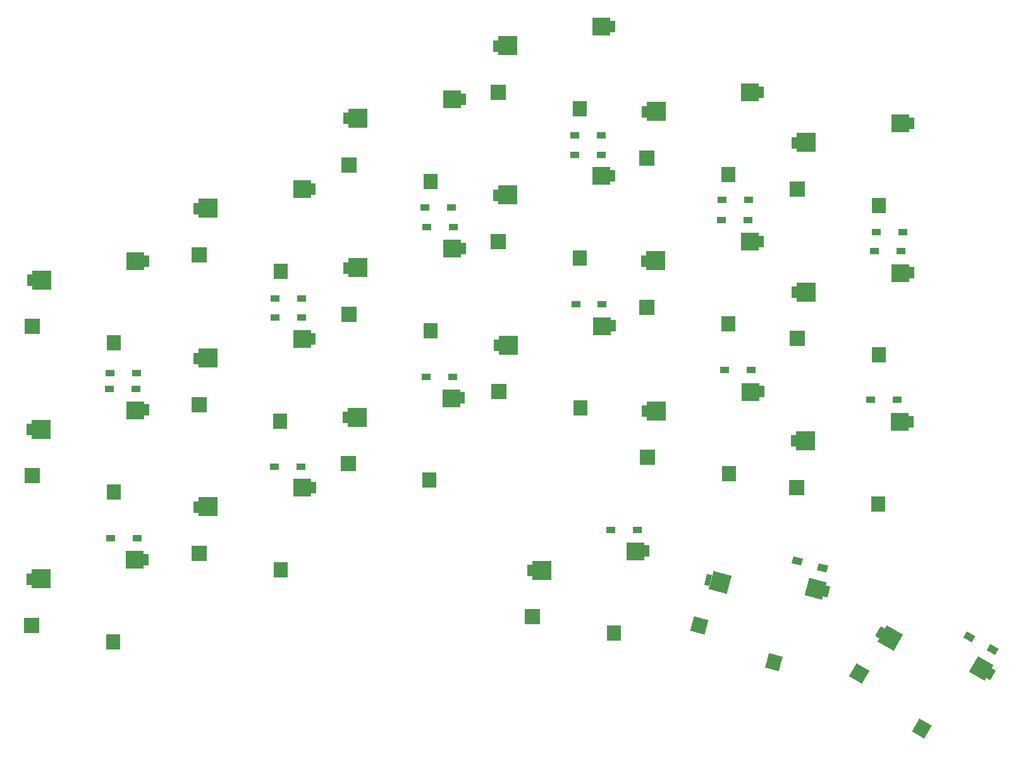
<source format=gbr>
%TF.GenerationSoftware,KiCad,Pcbnew,7.0.6*%
%TF.CreationDate,2023-08-21T12:13:53+07:00*%
%TF.ProjectId,GlupV1,476c7570-5631-42e6-9b69-6361645f7063,rev?*%
%TF.SameCoordinates,Original*%
%TF.FileFunction,Paste,Bot*%
%TF.FilePolarity,Positive*%
%FSLAX46Y46*%
G04 Gerber Fmt 4.6, Leading zero omitted, Abs format (unit mm)*
G04 Created by KiCad (PCBNEW 7.0.6) date 2023-08-21 12:13:53*
%MOMM*%
%LPD*%
G01*
G04 APERTURE LIST*
G04 Aperture macros list*
%AMRotRect*
0 Rectangle, with rotation*
0 The origin of the aperture is its center*
0 $1 length*
0 $2 width*
0 $3 Rotation angle, in degrees counterclockwise*
0 Add horizontal line*
21,1,$1,$2,0,0,$3*%
G04 Aperture macros list end*
%ADD10R,0.700000X1.500000*%
%ADD11R,2.000000X2.000000*%
%ADD12R,2.500000X2.500000*%
%ADD13R,1.900000X2.000000*%
%ADD14R,2.400000X2.400000*%
%ADD15R,1.300000X0.950000*%
%ADD16RotRect,1.300000X0.950000X345.000000*%
%ADD17RotRect,1.300000X0.950000X330.000000*%
%ADD18RotRect,0.700000X1.500000X345.000000*%
%ADD19RotRect,2.000000X2.000000X165.000000*%
%ADD20RotRect,2.500000X2.500000X165.000000*%
%ADD21RotRect,1.900000X2.000000X165.000000*%
%ADD22RotRect,2.400000X2.400000X165.000000*%
%ADD23RotRect,0.700000X1.500000X330.000000*%
%ADD24RotRect,2.000000X2.000000X150.000000*%
%ADD25RotRect,2.500000X2.500000X150.000000*%
%ADD26RotRect,1.900000X2.000000X150.000000*%
%ADD27RotRect,2.400000X2.400000X150.000000*%
G04 APERTURE END LIST*
D10*
%TO.C,SW9*%
X88130000Y-85280000D03*
D11*
X88530000Y-91480000D03*
D12*
X89730000Y-85240000D03*
D13*
X99430000Y-93680000D03*
D14*
X102330000Y-82700000D03*
D10*
X103830000Y-82680000D03*
%TD*%
%TO.C,SW13*%
X112835400Y-105766000D03*
D11*
X113235400Y-111966000D03*
D12*
X114435400Y-105726000D03*
D13*
X124135400Y-114166000D03*
D14*
X127035400Y-103186000D03*
D10*
X128535400Y-103166000D03*
%TD*%
D15*
%TO.C,D14*%
X142125000Y-56134000D03*
X138575000Y-56134000D03*
%TD*%
%TO.C,D16*%
X142515000Y-78930000D03*
X138965000Y-78930000D03*
%TD*%
D10*
%TO.C,SW6*%
X68200000Y-97256000D03*
D11*
X68600000Y-103456000D03*
D12*
X69800000Y-97216000D03*
D13*
X79500000Y-105656000D03*
D14*
X82400000Y-94676000D03*
D10*
X83900000Y-94656000D03*
%TD*%
%TO.C,SW5*%
X68150000Y-77356000D03*
D11*
X68550000Y-83556000D03*
D12*
X69750000Y-77316000D03*
D13*
X79450000Y-85756000D03*
D14*
X82350000Y-74776000D03*
D10*
X83850000Y-74756000D03*
%TD*%
D15*
%TO.C,D11*%
X122435000Y-50110000D03*
X118885000Y-50110000D03*
%TD*%
D10*
%TO.C,SW4*%
X68170000Y-57306000D03*
D11*
X68570000Y-63506000D03*
D12*
X69770000Y-57266000D03*
D13*
X79470000Y-65706000D03*
D14*
X82370000Y-54726000D03*
D10*
X83870000Y-54706000D03*
%TD*%
D15*
%TO.C,D20*%
X162080000Y-82910000D03*
X158530000Y-82910000D03*
%TD*%
%TO.C,D13*%
X127255000Y-100320000D03*
X123705000Y-100320000D03*
%TD*%
%TO.C,D7*%
X102359000Y-57150000D03*
X98809000Y-57150000D03*
%TD*%
%TO.C,D1*%
X60165000Y-79356000D03*
X56615000Y-79356000D03*
%TD*%
D10*
%TO.C,SW11*%
X108270000Y-55540000D03*
D11*
X108670000Y-61740000D03*
D12*
X109870000Y-55500000D03*
D13*
X119570000Y-63940000D03*
D14*
X122470000Y-52960000D03*
D10*
X123970000Y-52940000D03*
%TD*%
%TO.C,SW3*%
X45780000Y-106906000D03*
D11*
X46180000Y-113106000D03*
D12*
X47380000Y-106866000D03*
D13*
X57080000Y-115306000D03*
D14*
X59980000Y-104326000D03*
D10*
X61480000Y-104306000D03*
%TD*%
D16*
%TO.C,D17*%
X152106026Y-105440912D03*
X148676990Y-104522104D03*
%TD*%
D10*
%TO.C,SW20*%
X148210000Y-88430000D03*
D11*
X148610000Y-94630000D03*
D12*
X149810000Y-88390000D03*
D13*
X159510000Y-96830000D03*
D14*
X162410000Y-85850000D03*
D10*
X163910000Y-85830000D03*
%TD*%
D15*
%TO.C,D9*%
X102520000Y-79810000D03*
X98970000Y-79810000D03*
%TD*%
%TO.C,D5*%
X82315000Y-71930000D03*
X78765000Y-71930000D03*
%TD*%
D10*
%TO.C,SW15*%
X128150000Y-64340000D03*
D11*
X128550000Y-70540000D03*
D12*
X129750000Y-64300000D03*
D13*
X139450000Y-72740000D03*
D14*
X142350000Y-61760000D03*
D10*
X143850000Y-61740000D03*
%TD*%
%TO.C,SW8*%
X88240000Y-65260000D03*
D11*
X88640000Y-71460000D03*
D12*
X89840000Y-65220000D03*
D13*
X99540000Y-73660000D03*
D14*
X102440000Y-62680000D03*
D10*
X103940000Y-62660000D03*
%TD*%
%TO.C,SW12*%
X108360000Y-75620000D03*
D11*
X108760000Y-81820000D03*
D12*
X109960000Y-75580000D03*
D13*
X119660000Y-84020000D03*
D14*
X122560000Y-73040000D03*
D10*
X124060000Y-73020000D03*
%TD*%
D15*
%TO.C,D19*%
X162530000Y-63040000D03*
X158980000Y-63040000D03*
%TD*%
D17*
%TO.C,D21*%
X174820000Y-116380000D03*
X171745610Y-114605000D03*
%TD*%
D15*
%TO.C,D8*%
X102590000Y-59780000D03*
X99040000Y-59780000D03*
%TD*%
D10*
%TO.C,SW2*%
X45840000Y-86890000D03*
D11*
X46240000Y-93090000D03*
D12*
X47440000Y-86850000D03*
D13*
X57140000Y-95290000D03*
D14*
X60040000Y-84310000D03*
D10*
X61540000Y-84290000D03*
%TD*%
D15*
%TO.C,D4*%
X82285000Y-69342000D03*
X78735000Y-69342000D03*
%TD*%
D18*
%TO.C,SW17*%
X136772878Y-107031924D03*
D19*
X135554570Y-113124191D03*
D20*
X138328712Y-107407397D03*
D21*
X145513760Y-118070356D03*
D22*
X151156778Y-108215065D03*
D18*
X152610843Y-108583975D03*
%TD*%
D15*
%TO.C,D10*%
X122425000Y-47498000D03*
X118875000Y-47498000D03*
%TD*%
D10*
%TO.C,SW19*%
X148280000Y-68520000D03*
D11*
X148680000Y-74720000D03*
D12*
X149880000Y-68480000D03*
D13*
X159580000Y-76920000D03*
D14*
X162480000Y-65940000D03*
D10*
X163980000Y-65920000D03*
%TD*%
D15*
%TO.C,D12*%
X122560000Y-70140000D03*
X119010000Y-70140000D03*
%TD*%
D10*
%TO.C,SW18*%
X148280000Y-48510000D03*
D11*
X148680000Y-54710000D03*
D12*
X149880000Y-48470000D03*
D13*
X159580000Y-56910000D03*
D14*
X162480000Y-45930000D03*
D10*
X163980000Y-45910000D03*
%TD*%
%TO.C,SW10*%
X108270000Y-35560000D03*
D11*
X108670000Y-41760000D03*
D12*
X109870000Y-35520000D03*
D13*
X119570000Y-43960000D03*
D14*
X122470000Y-32980000D03*
D10*
X123970000Y-32960000D03*
%TD*%
D23*
%TO.C,SW21*%
X159733884Y-114015336D03*
D24*
X156980294Y-119584694D03*
D25*
X161139525Y-114780695D03*
D26*
X165319971Y-126939950D03*
D27*
X173321445Y-118880991D03*
D23*
X174630483Y-119613670D03*
%TD*%
D15*
%TO.C,D2*%
X60120000Y-81436000D03*
X56570000Y-81436000D03*
%TD*%
%TO.C,D18*%
X162814000Y-60452000D03*
X159264000Y-60452000D03*
%TD*%
D10*
%TO.C,SW14*%
X128170000Y-44350000D03*
D11*
X128570000Y-50550000D03*
D12*
X129770000Y-44310000D03*
D13*
X139470000Y-52750000D03*
D14*
X142370000Y-41770000D03*
D10*
X143870000Y-41750000D03*
%TD*%
D15*
%TO.C,D3*%
X60270000Y-101406000D03*
X56720000Y-101406000D03*
%TD*%
%TO.C,D6*%
X82215000Y-91900000D03*
X78665000Y-91900000D03*
%TD*%
%TO.C,D15*%
X142075000Y-58840000D03*
X138525000Y-58840000D03*
%TD*%
D10*
%TO.C,SW16*%
X128230000Y-84430000D03*
D11*
X128630000Y-90630000D03*
D12*
X129830000Y-84390000D03*
D13*
X139530000Y-92830000D03*
D14*
X142430000Y-81850000D03*
D10*
X143930000Y-81830000D03*
%TD*%
%TO.C,SW7*%
X88270000Y-45250000D03*
D11*
X88670000Y-51450000D03*
D12*
X89870000Y-45210000D03*
D13*
X99570000Y-53650000D03*
D14*
X102470000Y-42670000D03*
D10*
X103970000Y-42650000D03*
%TD*%
%TO.C,SW1*%
X45868000Y-66917500D03*
D11*
X46268000Y-73117500D03*
D12*
X47468000Y-66877500D03*
D13*
X57168000Y-75317500D03*
D14*
X60068000Y-64337500D03*
D10*
X61568000Y-64317500D03*
%TD*%
M02*

</source>
